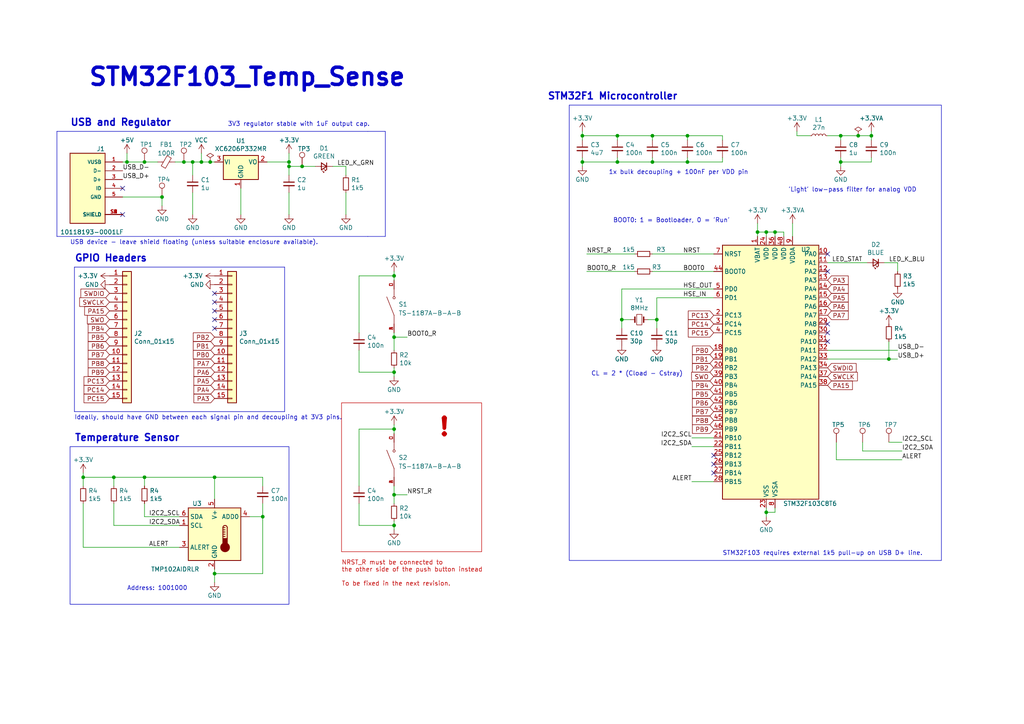
<source format=kicad_sch>
(kicad_sch (version 20230121) (generator eeschema)
  (paper "A4")
  (lib_symbols
    (symbol "Connector:TestPoint" (pin_numbers hide) (pin_names (offset 0.762) hide)
      (property "Reference" "TP" (at 0 6.858 0))
      (property "Value" "TestPoint" (at 0 5.08 0))
      (symbol "TestPoint_1_1"
        (pin passive line (at 0 0 90) (length 2.54) (name "1") (number "1"))
      )
    )
    (symbol "Connector_Generic:Conn_01x15" (pin_names (offset 1.016) hide)
      (property "Reference" "J" (at 0 20.32 0))
      (property "Value" "Conn_01x15" (at 0 -20.32 0))
      (symbol "Conn_01x15_1_1"
        (pin passive line (at -5.08 17.78 0) (length 3.81) (name "Pin_1") (number "1"))
        (pin passive line (at -5.08 -5.08 0) (length 3.81) (name "Pin_10") (number "10"))
        (pin passive line (at -5.08 -7.62 0) (length 3.81) (name "Pin_11") (number "11"))
        (pin passive line (at -5.08 -10.16 0) (length 3.81) (name "Pin_12") (number "12"))
        (pin passive line (at -5.08 -12.7 0) (length 3.81) (name "Pin_13") (number "13"))
        (pin passive line (at -5.08 -15.24 0) (length 3.81) (name "Pin_14") (number "14"))
        (pin passive line (at -5.08 -17.78 0) (length 3.81) (name "Pin_15") (number "15"))
        (pin passive line (at -5.08 15.24 0) (length 3.81) (name "Pin_2") (number "2"))
        (pin passive line (at -5.08 12.7 0) (length 3.81) (name "Pin_3") (number "3"))
        (pin passive line (at -5.08 10.16 0) (length 3.81) (name "Pin_4") (number "4"))
        (pin passive line (at -5.08 7.62 0) (length 3.81) (name "Pin_5") (number "5"))
        (pin passive line (at -5.08 5.08 0) (length 3.81) (name "Pin_6") (number "6"))
        (pin passive line (at -5.08 2.54 0) (length 3.81) (name "Pin_7") (number "7"))
        (pin passive line (at -5.08 0 0) (length 3.81) (name "Pin_8") (number "8"))
        (pin passive line (at -5.08 -2.54 0) (length 3.81) (name "Pin_9") (number "9"))
      )
    )
    (symbol "Device:C_Small" (pin_numbers hide) (pin_names (offset 0.254) hide)
      (property "Reference" "C" (at 0.254 1.778 0))
      (property "Value" "C_Small" (at 0.254 -2.032 0))
      (symbol "C_Small_1_1"
        (pin passive line (at 0 2.54 270) (length 2.032) (name "~") (number "1"))
        (pin passive line (at 0 -2.54 90) (length 2.032) (name "~") (number "2"))
      )
    )
    (symbol "Device:Crystal_Small" (pin_numbers hide) (pin_names (offset 1.016) hide)
      (property "Reference" "Y" (at 0 2.54 0))
      (property "Value" "Crystal_Small" (at 0 -2.54 0))
      (symbol "Crystal_Small_1_1"
        (pin passive line (at -2.54 0 0) (length 1.27) (name "1") (number "1"))
        (pin passive line (at 2.54 0 180) (length 1.27) (name "2") (number "2"))
      )
    )
    (symbol "Device:FerriteBead_Small" (pin_numbers hide) (pin_names (offset 0))
      (property "Reference" "FB" (at 1.905 1.27 0))
      (property "Value" "FerriteBead_Small" (at 1.905 -1.27 0))
      (symbol "FerriteBead_Small_1_1"
        (pin passive line (at 0 2.54 270) (length 1.27) (name "~") (number "1"))
        (pin passive line (at 0 -2.54 90) (length 1.27) (name "~") (number "2"))
      )
    )
    (symbol "Device:LED_Small" (pin_numbers hide) (pin_names (offset 0.254) hide)
      (property "Reference" "D" (at -1.27 3.175 0))
      (property "Value" "LED_Small" (at -4.445 -2.54 0))
      (symbol "LED_Small_1_1"
        (pin passive line (at -2.54 0 0) (length 1.778) (name "K") (number "1"))
        (pin passive line (at 2.54 0 180) (length 1.778) (name "A") (number "2"))
      )
    )
    (symbol "Device:L_Small" (pin_numbers hide) (pin_names (offset 0.254) hide)
      (property "Reference" "L" (at 0.762 1.016 0))
      (property "Value" "L_Small" (at 0.762 -1.016 0))
      (symbol "L_Small_1_1"
        (pin passive line (at 0 2.54 270) (length 0.508) (name "~") (number "1"))
        (pin passive line (at 0 -2.54 90) (length 0.508) (name "~") (number "2"))
      )
    )
    (symbol "Device:R_Small" (pin_numbers hide) (pin_names (offset 0.254) hide)
      (property "Reference" "R" (at 0.762 0.508 0))
      (property "Value" "R_Small" (at 0.762 -1.016 0))
      (symbol "R_Small_1_1"
        (pin passive line (at 0 2.54 270) (length 0.762) (name "~") (number "1"))
        (pin passive line (at 0 -2.54 90) (length 0.762) (name "~") (number "2"))
      )
    )
    (symbol "MCU_ST_STM32F1:STM32F103C8Tx"
      (property "Reference" "U" (at -12.7 39.37 0))
      (property "Value" "STM32F103C8Tx" (at 10.16 39.37 0))
      (symbol "STM32F103C8Tx_1_1"
        (pin power_in line (at -2.54 40.64 270) (length 2.54) (name "VBAT") (number "1"))
        (pin bidirectional line (at 17.78 35.56 180) (length 2.54) (name "PA0") (number "10"))
        (pin bidirectional line (at 17.78 33.02 180) (length 2.54) (name "PA1") (number "11"))
        (pin bidirectional line (at 17.78 30.48 180) (length 2.54) (name "PA2") (number "12"))
        (pin bidirectional line (at 17.78 27.94 180) (length 2.54) (name "PA3") (number "13"))
        (pin bidirectional line (at 17.78 25.4 180) (length 2.54) (name "PA4") (number "14"))
        (pin bidirectional line (at 17.78 22.86 180) (length 2.54) (name "PA5") (number "15"))
        (pin bidirectional line (at 17.78 20.32 180) (length 2.54) (name "PA6") (number "16"))
        (pin bidirectional line (at 17.78 17.78 180) (length 2.54) (name "PA7") (number "17"))
        (pin bidirectional line (at -15.24 7.62 0) (length 2.54) (name "PB0") (number "18"))
        (pin bidirectional line (at -15.24 5.08 0) (length 2.54) (name "PB1") (number "19"))
        (pin bidirectional line (at -15.24 17.78 0) (length 2.54) (name "PC13") (number "2"))
        (pin bidirectional line (at -15.24 2.54 0) (length 2.54) (name "PB2") (number "20"))
        (pin bidirectional line (at -15.24 -17.78 0) (length 2.54) (name "PB10") (number "21"))
        (pin bidirectional line (at -15.24 -20.32 0) (length 2.54) (name "PB11") (number "22"))
        (pin power_in line (at 0 -38.1 90) (length 2.54) (name "VSS") (number "23"))
        (pin power_in line (at 0 40.64 270) (length 2.54) (name "VDD") (number "24"))
        (pin bidirectional line (at -15.24 -22.86 0) (length 2.54) (name "PB12") (number "25"))
        (pin bidirectional line (at -15.24 -25.4 0) (length 2.54) (name "PB13") (number "26"))
        (pin bidirectional line (at -15.24 -27.94 0) (length 2.54) (name "PB14") (number "27"))
        (pin bidirectional line (at -15.24 -30.48 0) (length 2.54) (name "PB15") (number "28"))
        (pin bidirectional line (at 17.78 15.24 180) (length 2.54) (name "PA8") (number "29"))
        (pin bidirectional line (at -15.24 15.24 0) (length 2.54) (name "PC14") (number "3"))
        (pin bidirectional line (at 17.78 12.7 180) (length 2.54) (name "PA9") (number "30"))
        (pin bidirectional line (at 17.78 10.16 180) (length 2.54) (name "PA10") (number "31"))
        (pin bidirectional line (at 17.78 7.62 180) (length 2.54) (name "PA11") (number "32"))
        (pin bidirectional line (at 17.78 5.08 180) (length 2.54) (name "PA12") (number "33"))
        (pin bidirectional line (at 17.78 2.54 180) (length 2.54) (name "PA13") (number "34"))
        (pin passive line (at 0 -38.1 90) (length 2.54) hide (name "VSS") (number "35"))
        (pin power_in line (at 2.54 40.64 270) (length 2.54) (name "VDD") (number "36"))
        (pin bidirectional line (at 17.78 0 180) (length 2.54) (name "PA14") (number "37"))
        (pin bidirectional line (at 17.78 -2.54 180) (length 2.54) (name "PA15") (number "38"))
        (pin bidirectional line (at -15.24 0 0) (length 2.54) (name "PB3") (number "39"))
        (pin bidirectional line (at -15.24 12.7 0) (length 2.54) (name "PC15") (number "4"))
        (pin bidirectional line (at -15.24 -2.54 0) (length 2.54) (name "PB4") (number "40"))
        (pin bidirectional line (at -15.24 -5.08 0) (length 2.54) (name "PB5") (number "41"))
        (pin bidirectional line (at -15.24 -7.62 0) (length 2.54) (name "PB6") (number "42"))
        (pin bidirectional line (at -15.24 -10.16 0) (length 2.54) (name "PB7") (number "43"))
        (pin input line (at -15.24 30.48 0) (length 2.54) (name "BOOT0") (number "44"))
        (pin bidirectional line (at -15.24 -12.7 0) (length 2.54) (name "PB8") (number "45"))
        (pin bidirectional line (at -15.24 -15.24 0) (length 2.54) (name "PB9") (number "46"))
        (pin passive line (at 0 -38.1 90) (length 2.54) hide (name "VSS") (number "47"))
        (pin power_in line (at 5.08 40.64 270) (length 2.54) (name "VDD") (number "48"))
        (pin bidirectional line (at -15.24 25.4 0) (length 2.54) (name "PD0") (number "5"))
        (pin bidirectional line (at -15.24 22.86 0) (length 2.54) (name "PD1") (number "6"))
        (pin input line (at -15.24 35.56 0) (length 2.54) (name "NRST") (number "7"))
        (pin power_in line (at 2.54 -38.1 90) (length 2.54) (name "VSSA") (number "8"))
        (pin power_in line (at 7.62 40.64 270) (length 2.54) (name "VDDA") (number "9"))
      )
    )
    (symbol "Mini PC:TS-1187A-B-A-B" (pin_names (offset 1.016))
      (property "Reference" "S" (at -2.54 2.54 0))
      (property "Value" "TS-1187A-B-A-B" (at -2.54 -2.54 0))
      (symbol "TS-1187A-B-A-B_0_0"
        (pin passive line (at -7.62 0 0) (length 2.54) (name "~") (number "A"))
        (pin passive line (at -7.62 0 0) (length 2.54) (name "~") (number "B"))
        (pin passive line (at 7.62 0 180) (length 2.54) (name "~") (number "C"))
        (pin passive line (at 7.62 0 180) (length 2.54) (name "~") (number "D"))
      )
    )
    (symbol "PARTS:ZX62R-B-5P(30)" (pin_names (offset 1.016))
      (property "Reference" "J" (at -5.08 10.922 0))
      (property "Value" "ZX62R-B-5P(30)" (at -5.08 -12.7 0))
      (symbol "ZX62R-B-5P(30)_0_0"
        (pin passive line (at -10.16 7.62 0) (length 5.08) (name "VUSB") (number "1"))
        (pin passive line (at -10.16 5.08 0) (length 5.08) (name "D-") (number "2"))
        (pin passive line (at -10.16 2.54 0) (length 5.08) (name "D+") (number "3"))
        (pin passive line (at -10.16 0 0) (length 5.08) (name "ID") (number "4"))
        (pin passive line (at -10.16 -2.54 0) (length 5.08) (name "GND") (number "5"))
        (pin passive line (at -10.16 -7.62 0) (length 5.08) (name "SHIELD") (number "S1"))
        (pin passive line (at -10.16 -7.62 0) (length 5.08) (name "SHIELD") (number "S2"))
        (pin passive line (at -10.16 -7.62 0) (length 5.08) (name "SHIELD") (number "S3"))
        (pin passive line (at -10.16 -7.62 0) (length 5.08) (name "SHIELD") (number "S4"))
        (pin passive line (at -10.16 -7.62 0) (length 5.08) (name "SHIELD") (number "S5"))
        (pin passive line (at -10.16 -7.62 0) (length 5.08) (name "SHIELD") (number "S6"))
      )
    )
    (symbol "Regulator_Linear:XC6206PxxxMR" (pin_names (offset 0.254))
      (property "Reference" "U" (at -3.81 3.175 0))
      (property "Value" "XC6206PxxxMR" (at 0 3.175 0))
      (symbol "XC6206PxxxMR_1_1"
        (pin power_in line (at 0 -7.62 90) (length 2.54) (name "GND") (number "1"))
        (pin power_out line (at 7.62 0 180) (length 2.54) (name "VO") (number "2"))
        (pin power_in line (at -7.62 0 0) (length 2.54) (name "VI") (number "3"))
      )
    )
    (symbol "Sensor_Temperature:TMP102xxDRL"
      (property "Reference" "U201" (at -5.08 8.89 0))
      (property "Value" "TMP102xxDRL" (at 8.89 -8.89 0))
      (symbol "TMP102xxDRL_1_1"
        (pin input line (at -10.16 2.54 0) (length 2.54) (name "SCL") (number "1"))
        (pin power_in line (at 0 -10.16 90) (length 2.54) (name "GND") (number "2"))
        (pin open_collector line (at -10.16 -3.81 0) (length 2.54) (name "ALERT") (number "3"))
        (pin input line (at 10.16 5.08 180) (length 2.54) (name "ADD0") (number "4"))
        (pin power_in line (at 0 10.16 270) (length 2.54) (name "V+") (number "5"))
        (pin bidirectional line (at -10.16 5.08 0) (length 2.54) (name "SDA") (number "6"))
      )
    )
    (symbol "power:+3.3V" (power) (pin_names (offset 0))
      (property "Value" "+3.3V" (at 0 3.556 0))
      (symbol "+3.3V_1_1"
        (pin power_in line (at 0 0 90) (length 0) hide (name "+3.3V") (number "1"))
      )
    )
    (symbol "power:+3.3VA" (power) (pin_names (offset 0))
      (property "Value" "+3.3VA" (at 0 3.556 0))
      (symbol "+3.3VA_1_1"
        (pin power_in line (at 0 0 90) (length 0) hide (name "+3.3VA") (number "1"))
      )
    )
    (symbol "power:+5V" (power) (pin_names (offset 0))
      (property "Value" "+5V" (at 0 3.556 0))
      (symbol "+5V_1_1"
        (pin power_in line (at 0 0 90) (length 0) hide (name "+5V") (number "1"))
      )
    )
    (symbol "power:GND" (power) (pin_names (offset 0))
      (property "Value" "GND" (at 0 -3.81 0))
      (symbol "GND_1_1"
        (pin power_in line (at 0 0 270) (length 0) hide (name "GND") (number "1"))
      )
    )
    (symbol "power:PWR_FLAG" (power) (pin_numbers hide) (pin_names (offset 0) hide)
      (property "Value" "PWR_FLAG" (at 0 3.81 0))
      (symbol "PWR_FLAG_0_0"
        (pin power_out line (at 0 0 90) (length 0) (name "pwr") (number "1"))
      )
    )
    (symbol "power:VCC" (power) (pin_names (offset 0))
      (property "Value" "VCC" (at 0 3.81 0))
      (symbol "VCC_1_1"
        (pin power_in line (at 0 0 90) (length 0) hide (name "VCC") (number "1"))
      )
    )
  )
  (bus_alias "" (members))
  (junction (at 243.84 39.37))
  (junction (at 189.23 46.99))
  (junction (at 248.92 39.37))
  (junction (at 114.3 143.51))
  (junction (at 257.81 104.14))
  (junction (at 179.07 46.99))
  (junction (at 53.34 46.99))
  (junction (at 46.99 57.15))
  (junction (at 190.5 92.71))
  (junction (at 222.25 148.59))
  (junction (at 252.73 39.37))
  (junction (at 243.84 46.99))
  (junction (at 114.3 152.4))
  (junction (at 36.83 46.99))
  (junction (at 224.79 67.31))
  (junction (at 168.91 46.99))
  (junction (at 41.91 46.99))
  (junction (at 41.91 138.43))
  (junction (at 114.3 80.01))
  (junction (at 189.23 39.37))
  (junction (at 114.3 107.95))
  (junction (at 199.39 46.99))
  (junction (at 58.42 46.99))
  (junction (at 222.25 67.31))
  (junction (at 62.23 166.37))
  (junction (at 55.88 46.99))
  (junction (at 87.63 48.26))
  (junction (at 114.3 124.46))
  (junction (at 83.82 46.99))
  (junction (at 60.96 46.99))
  (junction (at 62.23 138.43))
  (junction (at 180.34 92.71))
  (junction (at 114.3 97.79))
  (junction (at 76.2 149.86))
  (junction (at 168.91 39.37))
  (junction (at 24.13 138.43))
  (junction (at 33.02 138.43))
  (junction (at 83.82 48.26))
  (junction (at 219.71 67.31))
  (junction (at 199.39 39.37))
  (junction (at 179.07 39.37))
  (no_connect (at 240.03 93.98))
  (no_connect (at 62.23 95.25))
  (no_connect (at 240.03 99.06))
  (no_connect (at 207.01 134.62))
  (no_connect (at 240.03 96.52))
  (no_connect (at 240.03 78.74))
  (no_connect (at 240.03 73.66))
  (no_connect (at 207.01 137.16))
  (no_connect (at 35.56 54.61))
  (no_connect (at 207.01 132.08))
  (no_connect (at 62.23 87.63))
  (no_connect (at 62.23 85.09))
  (no_connect (at 62.23 90.17))
  (no_connect (at 62.23 92.71))
  (no_connect (at 35.56 62.23))
  (wire (pts (xy 252.73 39.37) (xy 248.92 39.37)))
  (wire (pts (xy 33.02 152.4) (xy 33.02 146.05)))
  (wire (pts (xy 104.14 107.95) (xy 114.3 107.95)))
  (wire (pts (xy 199.39 39.37) (xy 189.23 39.37)))
  (wire (pts (xy 222.25 67.31) (xy 222.25 68.58)))
  (wire (pts (xy 83.82 62.23) (xy 83.82 55.88)))
  (wire (pts (xy 104.14 152.4) (xy 114.3 152.4)))
  (wire (pts (xy 170.18 73.66) (xy 184.15 73.66)))
  (polyline (pts (xy 106.68 38.1) (xy 111.76 38.1)))
  (wire (pts (xy 24.13 137.16) (xy 24.13 138.43)))
  (wire (pts (xy 114.3 78.74) (xy 114.3 80.01)))
  (wire (pts (xy 62.23 46.99) (xy 60.96 46.99)))
  (wire (pts (xy 209.55 40.64) (xy 209.55 39.37)))
  (wire (pts (xy 222.25 147.32) (xy 222.25 148.59)))
  (wire (pts (xy 168.91 45.72) (xy 168.91 46.99)))
  (wire (pts (xy 76.2 149.86) (xy 76.2 166.37)))
  (wire (pts (xy 240.03 76.2) (xy 251.46 76.2)))
  (wire (pts (xy 104.14 146.05) (xy 104.14 152.4)))
  (wire (pts (xy 227.33 67.31) (xy 227.33 68.58)))
  (wire (pts (xy 190.5 95.25) (xy 190.5 92.71)))
  (wire (pts (xy 179.07 46.99) (xy 189.23 46.99)))
  (wire (pts (xy 62.23 138.43) (xy 41.91 138.43)))
  (wire (pts (xy 252.73 40.64) (xy 252.73 39.37)))
  (wire (pts (xy 199.39 40.64) (xy 199.39 39.37)))
  (wire (pts (xy 114.3 80.01) (xy 114.3 81.28)))
  (wire (pts (xy 229.87 64.77) (xy 229.87 68.58)))
  (wire (pts (xy 62.23 166.37) (xy 62.23 168.91)))
  (wire (pts (xy 219.71 64.77) (xy 219.71 67.31)))
  (wire (pts (xy 260.35 104.14) (xy 257.81 104.14)))
  (wire (pts (xy 190.5 86.36) (xy 207.01 86.36)))
  (wire (pts (xy 104.14 124.46) (xy 114.3 124.46)))
  (wire (pts (xy 261.62 130.81) (xy 250.19 130.81)))
  (wire (pts (xy 190.5 92.71) (xy 190.5 86.36)))
  (polyline (pts (xy 16.51 38.1) (xy 16.51 68.58)))
  (wire (pts (xy 114.3 107.95) (xy 114.3 109.22)))
  (wire (pts (xy 252.73 46.99) (xy 252.73 45.72)))
  (wire (pts (xy 76.2 146.05) (xy 76.2 149.86)))
  (wire (pts (xy 231.14 39.37) (xy 234.95 39.37)))
  (wire (pts (xy 260.35 76.2) (xy 256.54 76.2)))
  (wire (pts (xy 243.84 48.26) (xy 243.84 46.99)))
  (polyline (pts (xy 111.76 68.58) (xy 111.76 38.1)))
  (wire (pts (xy 24.13 158.75) (xy 24.13 146.05)))
  (wire (pts (xy 100.33 50.8) (xy 100.33 48.26)))
  (polyline (pts (xy 82.55 119.38) (xy 82.55 77.47)))
  (wire (pts (xy 83.82 44.45) (xy 83.82 46.99)))
  (polyline (pts (xy 21.59 77.47) (xy 21.59 119.38)))
  (wire (pts (xy 104.14 96.52) (xy 104.14 80.01)))
  (wire (pts (xy 76.2 149.86) (xy 72.39 149.86)))
  (wire (pts (xy 189.23 73.66) (xy 207.01 73.66)))
  (wire (pts (xy 46.99 57.15) (xy 46.99 59.69)))
  (wire (pts (xy 189.23 46.99) (xy 199.39 46.99)))
  (wire (pts (xy 180.34 95.25) (xy 180.34 92.71)))
  (wire (pts (xy 207.01 129.54) (xy 200.66 129.54)))
  (wire (pts (xy 168.91 38.1) (xy 168.91 39.37)))
  (wire (pts (xy 207.01 83.82) (xy 180.34 83.82)))
  (wire (pts (xy 189.23 40.64) (xy 189.23 39.37)))
  (wire (pts (xy 207.01 127) (xy 200.66 127)))
  (polyline (pts (xy 21.59 119.38) (xy 82.55 119.38)))
  (wire (pts (xy 261.62 128.27) (xy 257.81 128.27)))
  (wire (pts (xy 62.23 165.1) (xy 62.23 166.37)))
  (wire (pts (xy 76.2 138.43) (xy 76.2 140.97)))
  (wire (pts (xy 76.2 166.37) (xy 62.23 166.37)))
  (polyline (pts (xy 106.68 68.58) (xy 111.76 68.58)))
  (wire (pts (xy 114.3 143.51) (xy 118.11 143.51)))
  (wire (pts (xy 248.92 39.37) (xy 243.84 39.37)))
  (wire (pts (xy 243.84 46.99) (xy 252.73 46.99)))
  (wire (pts (xy 114.3 124.46) (xy 114.3 125.73)))
  (wire (pts (xy 260.35 101.6) (xy 240.03 101.6)))
  (wire (pts (xy 114.3 152.4) (xy 114.3 151.13)))
  (polyline (pts (xy 21.59 77.47) (xy 82.55 77.47)))
  (wire (pts (xy 180.34 92.71) (xy 182.88 92.71)))
  (wire (pts (xy 187.96 92.71) (xy 190.5 92.71)))
  (wire (pts (xy 104.14 80.01) (xy 114.3 80.01)))
  (wire (pts (xy 91.44 48.26) (xy 87.63 48.26)))
  (wire (pts (xy 24.13 138.43) (xy 24.13 140.97)))
  (wire (pts (xy 231.14 38.1) (xy 231.14 39.37)))
  (wire (pts (xy 100.33 48.26) (xy 96.52 48.26)))
  (wire (pts (xy 179.07 39.37) (xy 168.91 39.37)))
  (wire (pts (xy 243.84 45.72) (xy 243.84 46.99)))
  (wire (pts (xy 222.25 67.31) (xy 224.79 67.31)))
  (wire (pts (xy 87.63 48.26) (xy 83.82 48.26)))
  (wire (pts (xy 114.3 96.52) (xy 114.3 97.79)))
  (wire (pts (xy 62.23 144.78) (xy 62.23 138.43)))
  (wire (pts (xy 83.82 46.99) (xy 83.82 48.26)))
  (wire (pts (xy 240.03 104.14) (xy 257.81 104.14)))
  (wire (pts (xy 242.57 133.35) (xy 242.57 128.27)))
  (wire (pts (xy 224.79 148.59) (xy 224.79 147.32)))
  (wire (pts (xy 58.42 46.99) (xy 55.88 46.99)))
  (wire (pts (xy 252.73 38.1) (xy 252.73 39.37)))
  (wire (pts (xy 114.3 107.95) (xy 114.3 106.68)))
  (wire (pts (xy 36.83 46.99) (xy 41.91 46.99)))
  (wire (pts (xy 62.23 138.43) (xy 76.2 138.43)))
  (wire (pts (xy 179.07 46.99) (xy 179.07 45.72)))
  (wire (pts (xy 222.25 148.59) (xy 222.25 149.86)))
  (wire (pts (xy 52.07 149.86) (xy 41.91 149.86)))
  (wire (pts (xy 52.07 152.4) (xy 33.02 152.4)))
  (wire (pts (xy 250.19 130.81) (xy 250.19 128.27)))
  (wire (pts (xy 209.55 45.72) (xy 209.55 46.99)))
  (wire (pts (xy 199.39 45.72) (xy 199.39 46.99)))
  (wire (pts (xy 77.47 46.99) (xy 83.82 46.99)))
  (wire (pts (xy 33.02 138.43) (xy 41.91 138.43)))
  (wire (pts (xy 224.79 68.58) (xy 224.79 67.31)))
  (wire (pts (xy 55.88 46.99) (xy 55.88 50.8)))
  (wire (pts (xy 104.14 101.6) (xy 104.14 107.95)))
  (wire (pts (xy 55.88 62.23) (xy 55.88 55.88)))
  (wire (pts (xy 114.3 97.79) (xy 114.3 101.6)))
  (wire (pts (xy 69.85 62.23) (xy 69.85 54.61)))
  (wire (pts (xy 180.34 83.82) (xy 180.34 92.71)))
  (wire (pts (xy 83.82 48.26) (xy 83.82 50.8)))
  (wire (pts (xy 36.83 44.45) (xy 36.83 46.99)))
  (polyline (pts (xy 16.51 68.58) (xy 106.68 68.58)))
  (wire (pts (xy 114.3 152.4) (xy 114.3 153.67)))
  (wire (pts (xy 50.8 46.99) (xy 53.34 46.99)))
  (wire (pts (xy 114.3 140.97) (xy 114.3 143.51)))
  (wire (pts (xy 168.91 46.99) (xy 168.91 48.26)))
  (wire (pts (xy 114.3 97.79) (xy 118.11 97.79)))
  (wire (pts (xy 243.84 40.64) (xy 243.84 39.37)))
  (wire (pts (xy 189.23 45.72) (xy 189.23 46.99)))
  (wire (pts (xy 33.02 140.97) (xy 33.02 138.43)))
  (wire (pts (xy 224.79 67.31) (xy 227.33 67.31)))
  (wire (pts (xy 114.3 143.51) (xy 114.3 146.05)))
  (wire (pts (xy 60.96 46.99) (xy 58.42 46.99)))
  (wire (pts (xy 45.72 46.99) (xy 41.91 46.99)))
  (wire (pts (xy 168.91 39.37) (xy 168.91 40.64)))
  (wire (pts (xy 240.03 39.37) (xy 243.84 39.37)))
  (wire (pts (xy 52.07 158.75) (xy 24.13 158.75)))
  (wire (pts (xy 170.18 78.74) (xy 184.15 78.74)))
  (wire (pts (xy 35.56 57.15) (xy 46.99 57.15)))
  (wire (pts (xy 104.14 140.97) (xy 104.14 124.46)))
  (wire (pts (xy 114.3 123.19) (xy 114.3 124.46)))
  (wire (pts (xy 24.13 138.43) (xy 33.02 138.43)))
  (wire (pts (xy 257.81 99.06) (xy 257.81 104.14)))
  (wire (pts (xy 41.91 140.97) (xy 41.91 138.43)))
  (wire (pts (xy 58.42 44.45) (xy 58.42 46.99)))
  (wire (pts (xy 41.91 149.86) (xy 41.91 146.05)))
  (wire (pts (xy 222.25 148.59) (xy 224.79 148.59)))
  (wire (pts (xy 53.34 46.99) (xy 55.88 46.99)))
  (wire (pts (xy 179.07 39.37) (xy 179.07 40.64)))
  (wire (pts (xy 36.83 46.99) (xy 35.56 46.99)))
  (wire (pts (xy 219.71 67.31) (xy 219.71 68.58)))
  (wire (pts (xy 189.23 39.37) (xy 179.07 39.37)))
  (wire (pts (xy 260.35 78.74) (xy 260.35 76.2)))
  (wire (pts (xy 168.91 46.99) (xy 179.07 46.99)))
  (wire (pts (xy 207.01 139.7) (xy 200.66 139.7)))
  (wire (pts (xy 189.23 78.74) (xy 207.01 78.74)))
  (wire (pts (xy 100.33 62.23) (xy 100.33 55.88)))
  (wire (pts (xy 199.39 46.99) (xy 209.55 46.99)))
  (wire (pts (xy 219.71 67.31) (xy 222.25 67.31)))
  (wire (pts (xy 209.55 39.37) (xy 199.39 39.37)))
  (polyline (pts (xy 16.51 38.1) (xy 106.68 38.1)))
  (wire (pts (xy 261.62 133.35) (xy 242.57 133.35)))
  (rectangle (start 20.32 129.54) (end 83.82 175.26))
  (rectangle (start 165.1 30.48) (end 273.05 162.56))
  (rectangle (start 99.06 116.84) (end 139.7 160.02) (stroke (width 0) (color 194 0 0 1)))
  (text "3V3 regulator stable with 1uF output cap." (at 66.04 36.83 0) (effects (font (size 1.27 1.27)) (justify left bottom)))
  (text "'Light' low-pass filter for analog VDD" (at 228.6 55.88 0) (effects (font (size 1.27 1.27)) (justify left bottom)))
  (text "USB device - leave shield floating (unless suitable enclosure available)." (at 20.32 71.12 0) (effects (font (size 1.27 1.27)) (justify left bottom)))
  (text "STM32F1 Microcontroller" (at 158.75 29.21 0) (effects (font (size 2.0066 2.0066) (thickness 0.4013) bold) (justify left bottom)))
  (text "STM32F103 requires external 1k5 pull-up on USB D+ line." (at 209.55 161.29 0) (effects (font (size 1.27 1.27)) (justify left bottom)))
  (text "GPIO Headers" (at 21.59 76.2 0) (effects (font (size 2.0066 2.0066) (thickness 0.4013) bold) (justify left bottom)))
  (text "1x bulk decoupling + 100nF per VDD pin" (at 176.53 50.8 0) (effects (font (size 1.27 1.27)) (justify left bottom)))
  (text "!" (at 127 127 0) (effects (font (size 5.08 5.08) (thickness 1.016) bold) (justify left bottom)))
  (text "USB and Regulator" (at 20.32 36.83 0) (effects (font (size 2.0066 2.0066) (thickness 0.4013) bold) (justify left bottom)))
  (text "CL = 2 * (Cload - Cstray)" (at 171.45 109.22 0) (effects (font (size 1.27 1.27)) (justify left bottom)))
  (text "Temperature Sensor" (at 21.59 128.27 0) (effects (font (size 2.0066 2.0066) (thickness 0.4013) bold) (justify left bottom)))
  (text "Address: 1001000" (at 36.83 171.45 0) (effects (font (size 1.27 1.27)) (justify left bottom)))
  (text "STM32F103_Temp_Sense" (at 25.4 25.4 0) (effects (font (size 5.0038 5.0038) (thickness 1.0008) bold) (justify left bottom)))
  (text "BOOT0: 1 = Bootloader, 0 = 'Run'" (at 177.8 64.77 0) (effects (font (size 1.27 1.27)) (justify left bottom)))
  (text "NRST_R must be connected to \nthe other side of the push button instead\n\nTo be fixed in the next revision." (at 99.06 170.18 0) (effects (font (size 1.27 1.27)) (justify left bottom)))
  (text "Ideally, should have GND between each signal pin and decoupling at 3V3 pins." (at 21.59 121.92 0) (effects (font (size 1.27 1.27)) (justify left bottom)))
  (label "BOOT0" (at 198.12 78.74 0))
  (label "BOOT0_R" (at 170.18 78.74 0))
  (label "LED_STAT" (at 241.3 76.2 0))
  (label "ALERT" (at 200.66 139.7 180) (property "Intersheetrefs" "${INTERSHEET_REFS}" (effects hide)))
  (label "I2C2_SCL" (at 43.18 149.86 0) (property "Intersheetrefs" "${INTERSHEET_REFS}" (effects hide)))
  (label "USB_D-" (at 35.56 49.53 0) (property "Intersheetrefs" "${INTERSHEET_REFS}" (effects hide)))
  (label "LED_K_BLU" (at 257.81 76.2 0))
  (label "ALERT" (at 261.62 133.35 0) (property "Intersheetrefs" "${INTERSHEET_REFS}" (effects hide)))
  (label "LED_K_GRN" (at 97.79 48.26 0))
  (label "NRST" (at 198.12 73.66 0))
  (label "NRST_R" (at 170.18 73.66 0))
  (label "USB_D+" (at 35.56 52.07 0) (property "Intersheetrefs" "${INTERSHEET_REFS}" (effects hide)))
  (label "I2C2_SCL" (at 261.62 128.27 0) (property "Intersheetrefs" "${INTERSHEET_REFS}" (effects hide)))
  (label "I2C2_SDA" (at 200.66 129.54 180) (property "Intersheetrefs" "${INTERSHEET_REFS}" (effects hide)))
  (label "BOOT0_R" (at 118.11 97.79 0))
  (label "I2C2_SDA" (at 43.18 152.4 0) (property "Intersheetrefs" "${INTERSHEET_REFS}" (effects hide)))
  (label "I2C2_SDA" (at 261.62 130.81 0) (property "Intersheetrefs" "${INTERSHEET_REFS}" (effects hide)))
  (label "USB_D+" (at 260.35 104.14 0) (property "Intersheetrefs" "${INTERSHEET_REFS}" (effects hide)))
  (label "ALERT" (at 43.18 158.75 0))
  (label "USB_D-" (at 260.35 101.6 0) (property "Intersheetrefs" "${INTERSHEET_REFS}" (effects hide)))
  (label "HSE_IN" (at 198.12 86.36 0))
  (label "HSE_OUT" (at 198.12 83.82 0))
  (label "I2C2_SCL" (at 200.66 127 180) (property "Intersheetrefs" "${INTERSHEET_REFS}" (effects hide)))
  (label "NRST_R" (at 118.11 143.51 0))
  (global_label "SWDIO" (shape input) (at 31.75 85.09 180) (property "Intersheetrefs" "${INTERSHEET_REFS}" (effects hide)))
  (global_label "PB0" (shape input) (at 62.23 102.87 180) (property "Intersheetrefs" "${INTERSHEET_REFS}" (effects hide)))
  (global_label "PB6" (shape input) (at 207.01 116.84 180) (property "Intersheetrefs" "${INTERSHEET_REFS}" (effects hide)))
  (global_label "SWDIO" (shape input) (at 240.03 106.68 0) (property "Intersheetrefs" "${INTERSHEET_REFS}" (effects hide)))
  (global_label "PA6" (shape input) (at 62.23 107.95 180) (property "Intersheetrefs" "${INTERSHEET_REFS}" (effects hide)))
  (global_label "PA3" (shape input) (at 62.23 115.57 180) (property "Intersheetrefs" "${INTERSHEET_REFS}" (effects hide)))
  (global_label "SWO" (shape input) (at 207.01 109.22 180) (property "Intersheetrefs" "${INTERSHEET_REFS}" (effects hide)))
  (global_label "PA6" (shape input) (at 240.03 88.9 0) (property "Intersheetrefs" "${INTERSHEET_REFS}" (effects hide)))
  (global_label "PB9" (shape input) (at 31.75 107.95 180) (property "Intersheetrefs" "${INTERSHEET_REFS}" (effects hide)))
  (global_label "PB9" (shape input) (at 207.01 124.46 180) (property "Intersheetrefs" "${INTERSHEET_REFS}" (effects hide)))
  (global_label "PA4" (shape input) (at 62.23 113.03 180) (property "Intersheetrefs" "${INTERSHEET_REFS}" (effects hide)))
  (global_label "PB4" (shape input) (at 207.01 111.76 180) (property "Intersheetrefs" "${INTERSHEET_REFS}" (effects hide)))
  (global_label "PB4" (shape input) (at 31.75 95.25 180) (property "Intersheetrefs" "${INTERSHEET_REFS}" (effects hide)))
  (global_label "SWCLK" (shape input) (at 240.03 109.22 0) (property "Intersheetrefs" "${INTERSHEET_REFS}" (effects hide)))
  (global_label "PB5" (shape input) (at 207.01 114.3 180) (property "Intersheetrefs" "${INTERSHEET_REFS}" (effects hide)))
  (global_label "PB1" (shape input) (at 207.01 104.14 180) (property "Intersheetrefs" "${INTERSHEET_REFS}" (effects hide)))
  (global_label "PB8" (shape input) (at 207.01 121.92 180) (property "Intersheetrefs" "${INTERSHEET_REFS}" (effects hide)))
  (global_label "PA4" (shape input) (at 240.03 83.82 0) (property "Intersheetrefs" "${INTERSHEET_REFS}" (effects hide)))
  (global_label "PB2" (shape input) (at 207.01 106.68 180) (property "Intersheetrefs" "${INTERSHEET_REFS}" (effects hide)))
  (global_label "PA15" (shape input) (at 31.75 90.17 180) (property "Intersheetrefs" "${INTERSHEET_REFS}" (effects hide)))
  (global_label "PC14" (shape input) (at 31.75 113.03 180) (property "Intersheetrefs" "${INTERSHEET_REFS}" (effects hide)))
  (global_label "PC13" (shape input) (at 207.01 91.44 180) (property "Intersheetrefs" "${INTERSHEET_REFS}" (effects hide)))
  (global_label "SWCLK" (shape input) (at 31.75 87.63 180) (property "Intersheetrefs" "${INTERSHEET_REFS}" (effects hide)))
  (global_label "PC15" (shape input) (at 31.75 115.57 180) (property "Intersheetrefs" "${INTERSHEET_REFS}" (effects hide)))
  (global_label "PA5" (shape input) (at 240.03 86.36 0) (property "Intersheetrefs" "${INTERSHEET_REFS}" (effects hide)))
  (global_label "PB7" (shape input) (at 207.01 119.38 180) (property "Intersheetrefs" "${INTERSHEET_REFS}" (effects hide)))
  (global_label "PC14" (shape input) (at 207.01 93.98 180) (property "Intersheetrefs" "${INTERSHEET_REFS}" (effects hide)))
  (global_label "PB8" (shape input) (at 31.75 105.41 180) (property "Intersheetrefs" "${INTERSHEET_REFS}" (effects hide)))
  (global_label "PB1" (shape input) (at 62.23 100.33 180) (property "Intersheetrefs" "${INTERSHEET_REFS}" (effects hide)))
  (global_label "PA3" (shape input) (at 240.03 81.28 0) (property "Intersheetrefs" "${INTERSHEET_REFS}" (effects hide)))
  (global_label "PA7" (shape input) (at 62.23 105.41 180) (property "Intersheetrefs" "${INTERSHEET_REFS}" (effects hide)))
  (global_label "PB2" (shape input) (at 62.23 97.79 180) (property "Intersheetrefs" "${INTERSHEET_REFS}" (effects hide)))
  (global_label "SWO" (shape input) (at 31.75 92.71 180) (property "Intersheetrefs" "${INTERSHEET_REFS}" (effects hide)))
  (global_label "PB7" (shape input) (at 31.75 102.87 180) (property "Intersheetrefs" "${INTERSHEET_REFS}" (effects hide)))
  (global_label "PB5" (shape input) (at 31.75 97.79 180) (property "Intersheetrefs" "${INTERSHEET_REFS}" (effects hide)))
  (global_label "PA7" (shape input) (at 240.03 91.44 0) (property "Intersheetrefs" "${INTERSHEET_REFS}" (effects hide)))
  (global_label "PA5" (shape input) (at 62.23 110.49 180) (property "Intersheetrefs" "${INTERSHEET_REFS}" (effects hide)))
  (global_label "PC13" (shape input) (at 31.75 110.49 180) (property "Intersheetrefs" "${INTERSHEET_REFS}" (effects hide)))
  (global_label "PB0" (shape input) (at 207.01 101.6 180) (property "Intersheetrefs" "${INTERSHEET_REFS}" (effects hide)))
  (global_label "PB6" (shape input) (at 31.75 100.33 180) (property "Intersheetrefs" "${INTERSHEET_REFS}" (effects hide)))
  (global_label "PC15" (shape input) (at 207.01 96.52 180) (property "Intersheetrefs" "${INTERSHEET_REFS}" (effects hide)))
  (global_label "PA15" (shape input) (at 240.03 111.76 0) (property "Intersheetrefs" "${INTERSHEET_REFS}" (effects hide)))
  (symbol (lib_id "MCU_ST_STM32F1:STM32F103C8Tx") (at 222.25 109.22 0) (unit 1)
    (property "Reference" "U2" (at 233.68 72.39 0))
    (property "Value" "STM32F103C8T6" (at 234.95 146.05 0))
    (property "Footprint" "Package_QFP:LQFP-48_7x7mm_P0.5mm" (effects hide))
    (property "Datasheet" "http://www.st.com/st-web-ui/static/active/en/resource/technical/document/datasheet/CD00161566.pdf" (effects hide))
    (property "LCSC Part #" "C8734" (effects hide))
  )
  (symbol (lib_id "power:+3.3V") (at 219.71 64.77 0) (unit 1)
    (property "Reference" "#PWR012" (effects hide))
    (property "Value" "+3.3V" (at 219.71 60.96 0))
    (instances (project "SimpleTM32" (path "" (reference "#PWR012") (unit 1))) (project "Project 3" (path "" (reference "#PWR012") (unit 1))) (project "STM32F103_Temp_Sense" (path "" (reference "#PWR010") (unit 1))))
  )
  (symbol (lib_id "power:+3.3VA") (at 229.87 64.77 0) (unit 1)
    (property "Reference" "#PWR014" (effects hide))
    (property "Value" "+3.3VA" (at 229.87 60.96 0))
    (instances (project "SimpleTM32" (path "" (reference "#PWR014") (unit 1))) (project "Project 3" (path "" (reference "#PWR014") (unit 1))) (project "STM32F103_Temp_Sense" (path "" (reference "#PWR011") (unit 1))))
  )
  (symbol (lib_id "power:GND") (at 222.25 149.86 0) (unit 1)
    (property "Reference" "#PWR013" (effects hide))
    (property "Value" "GND" (at 222.25 153.67 0))
    (instances (project "SimpleTM32" (path "" (reference "#PWR013") (unit 1))) (project "Project 3" (path "" (reference "#PWR013") (unit 1))) (project "STM32F103_Temp_Sense" (path "" (reference "#PWR027") (unit 1))))
  )
  (symbol (lib_id "power:GND") (at 46.99 59.69 0) (mirror y) (unit 1)
    (property "Reference" "#PWR01" (effects hide))
    (property "Value" "GND" (at 46.99 63.5 0))
    (instances (project "SimpleTM32" (path "" (reference "#PWR01") (unit 1))) (project "Project 3" (path "" (reference "#PWR01") (unit 1))) (project "STM32F103_Temp_Sense" (path "" (reference "#PWR016") (unit 1))))
  )
  (symbol (lib_id "power:VCC") (at 58.42 44.45 0) (mirror y) (unit 1)
    (property "Reference" "#PWR08" (effects hide))
    (property "Value" "VCC" (at 58.42 40.64 0))
    (instances (project "SimpleTM32" (path "" (reference "#PWR08") (unit 1))) (project "Project 3" (path "" (reference "#PWR08") (unit 1))) (project "STM32F103_Temp_Sense" (path "" (reference "#PWR07") (unit 1))))
  )
  (symbol (lib_id "Device:C_Small") (at 190.5 97.79 0) (unit 1)
    (property "Reference" "C11" (at 192.8368 96.6216 0) (effects (justify left)))
    (property "Value" "30p" (at 192.8368 98.933 0) (effects (justify left)))
    (property "Footprint" "Capacitor_SMD:C_0402_1005Metric" (effects hide))
    (property "LCSC Part #" "C1570" (effects hide))
    (instances (project "SimpleTM32" (path "" (reference "C11") (unit 1))) (project "Project 3" (path "" (reference "C11") (unit 1))) (project "STM32F103_Temp_Sense" (path "" (reference "C12") (unit 1))))
  )
  (symbol (lib_id "Device:C_Small") (at 180.34 97.79 0) (unit 1)
    (property "Reference" "C10" (at 182.6768 96.6216 0) (effects (justify left)))
    (property "Value" "30p" (at 182.6768 98.933 0) (effects (justify left)))
    (property "Footprint" "Capacitor_SMD:C_0402_1005Metric" (effects hide))
    (property "LCSC Part #" "C1570" (effects hide))
    (instances (project "SimpleTM32" (path "" (reference "C10") (unit 1))) (project "Project 3" (path "" (reference "C10") (unit 1))) (project "STM32F103_Temp_Sense" (path "" (reference "C11") (unit 1))))
  )
  (symbol (lib_id "Device:Crystal_Small") (at 185.42 92.71 0) (unit 1)
    (property "Reference" "Y1" (at 185.42 86.995 0))
    (property "Value" "8MHz" (at 185.42 89.3064 0))
    (property "Footprint" "Crystal:Crystal_SMD_5032-2Pin_5.0x3.2mm" (effects hide))
    (property "LCSC Part #" "C115962" (effects hide))
  )
  (symbol (lib_id "power:GND") (at 180.34 100.33 0) (unit 1)
    (property "Reference" "#PWR05" (effects hide))
    (property "Value" "GND" (at 180.34 104.14 0))
    (instances (project "SimpleTM32" (path "" (reference "#PWR05") (unit 1))) (project "Project 3" (path "" (reference "#PWR05") (unit 1))) (project "STM32F103_Temp_Sense" (path "" (reference "#PWR024") (unit 1))))
  )
  (symbol (lib_id "power:GND") (at 190.5 100.33 0) (unit 1)
    (property "Reference" "#PWR07" (effects hide))
    (property "Value" "GND" (at 190.5 104.14 0))
    (instances (project "SimpleTM32" (path "" (reference "#PWR07") (unit 1))) (project "Project 3" (path "" (reference "#PWR07") (unit 1))) (project "STM32F103_Temp_Sense" (path "" (reference "#PWR025") (unit 1))))
  )
  (symbol (lib_id "Device:R_Small") (at 114.3 104.14 0) (unit 1)
    (property "Reference" "R2" (at 115.7986 102.9716 0) (effects (justify left)))
    (property "Value" "10k" (at 115.7986 105.283 0) (effects (justify left)))
    (property "Footprint" "Resistor_SMD:R_0402_1005Metric" (effects hide))
    (property "LCSC Part #" "C25744" (effects hide))
    (instances (project "SimpleTM32" (path "" (reference "R2") (unit 1))) (project "Project 3" (path "" (reference "R2") (unit 1))) (project "STM32F103_Temp_Sense" (path "" (reference "R4") (unit 1))))
  )
  (symbol (lib_id "power:GND") (at 114.3 109.22 0) (unit 1)
    (property "Reference" "#PWR03" (effects hide))
    (property "Value" "GND" (at 114.3 113.03 0))
    (instances (project "SimpleTM32" (path "" (reference "#PWR03") (unit 1))) (project "Project 3" (path "" (reference "#PWR03") (unit 1))) (project "STM32F103_Temp_Sense" (path "" (reference "#PWR023") (unit 1))))
  )
  (symbol (lib_id "power:+3.3V") (at 114.3 78.74 0) (unit 1)
    (property "Reference" "#PWR02" (effects hide))
    (property "Value" "+3.3V" (at 114.3 74.93 0))
    (instances (project "SimpleTM32" (path "" (reference "#PWR02") (unit 1))) (project "Project 3" (path "" (reference "#PWR02") (unit 1))) (project "STM32F103_Temp_Sense" (path "" (reference "#PWR09") (unit 1))))
  )
  (symbol (lib_id "Device:LED_Small") (at 254 76.2 180) (unit 1)
    (property "Reference" "D2" (at 254 70.9422 0))
    (property "Value" "BLUE" (at 254 73.2536 0))
    (property "Footprint" "LED_SMD:LED_0603_1608Metric" (effects hide))
    (property "LCSC Part #" "C72041" (effects hide))
  )
  (symbol (lib_id "Device:R_Small") (at 260.35 81.28 0) (unit 1)
    (property "Reference" "R3" (at 261.8486 80.1116 0) (effects (justify left)))
    (property "Value" "1k5" (at 261.8486 82.423 0) (effects (justify left)))
    (property "Footprint" "Resistor_SMD:R_0603_1608Metric" (effects hide))
    (property "LCSC Part #" "C22843" (effects hide))
  )
  (symbol (lib_id "power:GND") (at 260.35 83.82 0) (unit 1)
    (property "Reference" "#PWR017" (effects hide))
    (property "Value" "GND" (at 260.35 87.63 0))
  )
  (symbol (lib_id "Device:C_Small") (at 179.07 43.18 0) (unit 1)
    (property "Reference" "C4" (at 181.4068 42.0116 0) (effects (justify left)))
    (property "Value" "100n" (at 181.4068 44.323 0) (effects (justify left)))
    (property "Footprint" "Capacitor_SMD:C_0402_1005Metric" (effects hide))
    (property "LCSC Part #" "C1525" (effects hide))
    (instances (project "SimpleTM32" (path "" (reference "C4") (unit 1))) (project "Project 3" (path "" (reference "C4") (unit 1))) (project "STM32F103_Temp_Sense" (path "" (reference "C2") (unit 1))))
  )
  (symbol (lib_id "Device:C_Small") (at 189.23 43.18 0) (unit 1)
    (property "Reference" "C5" (at 191.5668 42.0116 0) (effects (justify left)))
    (property "Value" "100n" (at 191.5668 44.323 0) (effects (justify left)))
    (property "Footprint" "Capacitor_SMD:C_0402_1005Metric" (effects hide))
    (property "LCSC Part #" "C1525" (effects hide))
    (instances (project "SimpleTM32" (path "" (reference "C5") (unit 1))) (project "Project 3" (path "" (reference "C5") (unit 1))) (project "STM32F103_Temp_Sense" (path "" (reference "C3") (unit 1))))
  )
  (symbol (lib_id "Device:C_Small") (at 199.39 43.18 0) (unit 1)
    (property "Reference" "C6" (at 201.7268 42.0116 0) (effects (justify left)))
    (property "Value" "100n" (at 201.7268 44.323 0) (effects (justify left)))
    (property "Footprint" "Capacitor_SMD:C_0402_1005Metric" (effects hide))
    (property "LCSC Part #" "C1525" (effects hide))
    (instances (project "SimpleTM32" (path "" (reference "C6") (unit 1))) (project "Project 3" (path "" (reference "C6") (unit 1))) (project "STM32F103_Temp_Sense" (path "" (reference "C4") (unit 1))))
  )
  (symbol (lib_id "Device:C_Small") (at 209.55 43.18 0) (unit 1)
    (property "Reference" "C7" (at 211.8868 42.0116 0) (effects (justify left)))
    (property "Value" "100n" (at 211.8868 44.323 0) (effects (justify left)))
    (property "Footprint" "Capacitor_SMD:C_0402_1005Metric" (effects hide))
    (property "LCSC Part #" "C1525" (effects hide))
    (instances (project "SimpleTM32" (path "" (reference "C7") (unit 1))) (project "Project 3" (path "" (reference "C7") (unit 1))) (project "STM32F103_Temp_Sense" (path "" (reference "C5") (unit 1))))
  )
  (symbol (lib_id "Device:L_Small") (at 237.49 39.37 90) (unit 1)
    (property "Reference" "L1" (at 237.49 34.671 90))
    (property "Value" "27n" (at 237.49 36.9824 90))
    (property "Footprint" "Inductor_SMD:L_0402_1005Metric" (effects hide))
    (property "LCSC Part #" "C18830" (effects hide))
  )
  (symbol (lib_id "Device:C_Small") (at 243.84 43.18 0) (unit 1)
    (property "Reference" "C8" (at 246.1768 42.0116 0) (effects (justify left)))
    (property "Value" "1u" (at 246.1768 44.323 0) (effects (justify left)))
    (property "Footprint" "Capacitor_SMD:C_0402_1005Metric" (effects hide))
    (property "LCSC Part #" "C52923" (effects hide))
    (instances (project "SimpleTM32" (path "" (reference "C8") (unit 1))) (project "Project 3" (path "" (reference "C8") (unit 1))) (project "STM32F103_Temp_Sense" (path "" (reference "C6") (unit 1))))
  )
  (symbol (lib_id "Device:C_Small") (at 252.73 43.18 0) (unit 1)
    (property "Reference" "C9" (at 255.0668 42.0116 0) (effects (justify left)))
    (property "Value" "100n" (at 255.0668 44.323 0) (effects (justify left)))
    (property "Footprint" "Capacitor_SMD:C_0402_1005Metric" (effects hide))
    (property "LCSC Part #" "C1525" (effects hide))
    (instances (project "SimpleTM32" (path "" (reference "C9") (unit 1))) (project "Project 3" (path "" (reference "C9") (unit 1))) (project "STM32F103_Temp_Sense" (path "" (reference "C7") (unit 1))))
  )
  (symbol (lib_id "power:GND") (at 168.91 48.26 0) (unit 1)
    (property "Reference" "#PWR019" (effects hide))
    (property "Value" "GND" (at 168.91 52.07 0))
    (instances (project "SimpleTM32" (path "" (reference "#PWR019") (unit 1))) (project "Project 3" (path "" (reference "#PWR019") (unit 1))) (project "STM32F103_Temp_Sense" (path "" (reference "#PWR04") (unit 1))))
  )
  (symbol (lib_id "Device:C_Small") (at 168.91 43.18 0) (unit 1)
    (property "Reference" "C3" (at 171.2468 42.0116 0) (effects (justify left)))
    (property "Value" "4u7" (at 171.2468 44.323 0) (effects (justify left)))
    (property "Footprint" "Capacitor_SMD:C_0603_1608Metric" (effects hide))
    (property "LCSC Part #" "C19666" (effects hide))
    (instances (project "SimpleTM32" (path "" (reference "C3") (unit 1))) (project "Project 3" (path "" (reference "C3") (unit 1))) (project "STM32F103_Temp_Sense" (path "" (reference "C1") (unit 1))))
  )
  (symbol (lib_id "power:+3.3VA") (at 252.73 38.1 0) (unit 1)
    (property "Reference" "#PWR024" (effects hide))
    (property "Value" "+3.3VA" (at 252.73 34.29 0))
    (instances (project "SimpleTM32" (path "" (reference "#PWR024") (unit 1))) (project "Project 3" (path "" (reference "#PWR024") (unit 1))) (project "STM32F103_Temp_Sense" (path "" (reference "#PWR03") (unit 1))))
  )
  (symbol (lib_id "power:+3.3V") (at 168.91 38.1 0) (unit 1)
    (property "Reference" "#PWR018" (effects hide))
    (property "Value" "+3.3V" (at 168.91 34.29 0))
    (instances (project "SimpleTM32" (path "" (reference "#PWR018") (unit 1))) (project "Project 3" (path "" (reference "#PWR018") (unit 1))) (project "STM32F103_Temp_Sense" (path "" (reference "#PWR01") (unit 1))))
  )
  (symbol (lib_id "power:+3.3V") (at 231.14 38.1 0) (unit 1)
    (property "Reference" "#PWR020" (effects hide))
    (property "Value" "+3.3V" (at 231.14 34.29 0))
    (instances (project "SimpleTM32" (path "" (reference "#PWR020") (unit 1))) (project "Project 3" (path "" (reference "#PWR020") (unit 1))) (project "STM32F103_Temp_Sense" (path "" (reference "#PWR02") (unit 1))))
  )
  (symbol (lib_id "power:GND") (at 243.84 48.26 0) (unit 1)
    (property "Reference" "#PWR023" (effects hide))
    (property "Value" "GND" (at 243.84 52.07 0))
    (instances (project "SimpleTM32" (path "" (reference "#PWR023") (unit 1))) (project "Project 3" (path "" (reference "#PWR023") (unit 1))) (project "STM32F103_Temp_Sense" (path "" (reference "#PWR05") (unit 1))))
  )
  (symbol (lib_id "Regulator_Linear:XC6206PxxxMR") (at 69.85 46.99 0) (unit 1)
    (property "Reference" "U1" (at 69.85 40.8432 0))
    (property "Value" "XC6206P332MR" (at 69.85 43.1546 0))
    (property "Footprint" "Package_TO_SOT_SMD:SOT-23" (effects hide))
    (property "Datasheet" "https://www.torexsemi.com/file/xc6206/XC6206.pdf" (effects hide))
    (property "LCSC Part #" "C5446" (effects hide))
    (property "_Checked" "KMA" (effects hide))
  )
  (symbol (lib_id "Device:C_Small") (at 55.88 53.34 0) (unit 1)
    (property "Reference" "C1" (at 58.2168 52.1716 0) (effects (justify left)))
    (property "Value" "1u" (at 58.2168 54.483 0) (effects (justify left)))
    (property "Footprint" "Capacitor_SMD:C_0603_1608Metric" (effects hide))
    (property "LCSC Part #" "C15849" (effects hide))
    (instances (project "SimpleTM32" (path "" (reference "C1") (unit 1))) (project "Project 3" (path "" (reference "C1") (unit 1))) (project "STM32F103_Temp_Sense" (path "" (reference "C8") (unit 1))))
  )
  (symbol (lib_id "power:GND") (at 55.88 62.23 0) (mirror y) (unit 1)
    (property "Reference" "#PWR06" (effects hide))
    (property "Value" "GND" (at 55.88 66.04 0))
    (instances (project "SimpleTM32" (path "" (reference "#PWR06") (unit 1))) (project "Project 3" (path "" (reference "#PWR06") (unit 1))) (project "STM32F103_Temp_Sense" (path "" (reference "#PWR012") (unit 1))))
  )
  (symbol (lib_id "power:GND") (at 69.85 62.23 0) (mirror y) (unit 1)
    (property "Reference" "#PWR09" (effects hide))
    (property "Value" "GND" (at 69.85 66.04 0))
    (instances (project "SimpleTM32" (path "" (reference "#PWR09") (unit 1))) (project "Project 3" (path "" (reference "#PWR09") (unit 1))) (project "STM32F103_Temp_Sense" (path "" (reference "#PWR013") (unit 1))))
  )
  (symbol (lib_id "Device:C_Small") (at 83.82 53.34 0) (unit 1)
    (property "Reference" "C2" (at 86.1568 52.1716 0) (effects (justify left)))
    (property "Value" "1u" (at 86.1568 54.483 0) (effects (justify left)))
    (property "Footprint" "Capacitor_SMD:C_0603_1608Metric" (effects hide))
    (property "LCSC Part #" "C15849" (effects hide))
    (instances (project "SimpleTM32" (path "" (reference "C2") (unit 1))) (project "Project 3" (path "" (reference "C2") (unit 1))) (project "STM32F103_Temp_Sense" (path "" (reference "C9") (unit 1))))
  )
  (symbol (lib_id "power:GND") (at 83.82 62.23 0) (mirror y) (unit 1)
    (property "Reference" "#PWR011" (effects hide))
    (property "Value" "GND" (at 83.82 66.04 0))
    (instances (project "SimpleTM32" (path "" (reference "#PWR011") (unit 1))) (project "Project 3" (path "" (reference "#PWR011") (unit 1))) (project "STM32F103_Temp_Sense" (path "" (reference "#PWR014") (unit 1))))
  )
  (symbol (lib_id "power:+5V") (at 36.83 44.45 0) (unit 1)
    (property "Reference" "#PWR04" (effects hide))
    (property "Value" "+5V" (at 36.83 40.64 0))
    (instances (project "SimpleTM32" (path "" (reference "#PWR04") (unit 1))) (project "Project 3" (path "" (reference "#PWR04") (unit 1))) (project "STM32F103_Temp_Sense" (path "" (reference "#PWR06") (unit 1))))
  )
  (symbol (lib_id "power:+3.3V") (at 83.82 44.45 0) (unit 1)
    (property "Reference" "#PWR010" (effects hide))
    (property "Value" "+3.3V" (at 83.82 40.64 0))
    (instances (project "SimpleTM32" (path "" (reference "#PWR010") (unit 1))) (project "Project 3" (path "" (reference "#PWR010") (unit 1))) (project "STM32F103_Temp_Sense" (path "" (reference "#PWR08") (unit 1))))
  )
  (symbol (lib_id "power:+3.3V") (at 31.75 80.01 90) (unit 1)
    (property "Reference" "#PWR021" (effects hide))
    (property "Value" "+3.3V" (at 25.4 80.01 90))
    (instances (project "SimpleTM32" (path "" (reference "#PWR021") (unit 1))) (project "Project 3" (path "" (reference "#PWR021") (unit 1))) (project "STM32F103_Temp_Sense" (path "" (reference "#PWR018") (unit 1))))
  )
  (symbol (lib_id "power:GND") (at 31.75 82.55 270) (unit 1)
    (property "Reference" "#PWR022" (effects hide))
    (property "Value" "GND" (at 26.67 82.55 90))
    (instances (project "SimpleTM32" (path "" (reference "#PWR022") (unit 1))) (project "Project 3" (path "" (reference "#PWR022") (unit 1))) (project "STM32F103_Temp_Sense" (path "" (reference "#PWR020") (unit 1))))
  )
  (symbol (lib_id "Connector_Generic:Conn_01x15") (at 36.83 97.79 0) (unit 1)
    (property "Reference" "J2" (at 38.862 96.7232 0) (effects (justify left)))
    (property "Value" "Conn_01x15" (at 38.862 99.0346 0) (effects (justify left)))
    (property "Footprint" "Connector_PinHeader_2.54mm:PinHeader_1x15_P2.54mm_Vertical" (effects hide))
    (property "LCSC Part #" "C2894938" (effects hide))
  )
  (symbol (lib_id "Connector_Generic:Conn_01x15") (at 67.31 97.79 0) (unit 1)
    (property "Reference" "J3" (at 69.342 96.7232 0) (effects (justify left)))
    (property "Value" "Conn_01x15" (at 69.342 99.0346 0) (effects (justify left)))
    (property "Footprint" "Connector_PinHeader_2.54mm:PinHeader_1x15_P2.54mm_Vertical" (effects hide))
    (property "LCSC Part #" "C2894938" (effects hide))
  )
  (symbol (lib_id "power:GND") (at 62.23 82.55 270) (unit 1)
    (property "Reference" "#PWR026" (effects hide))
    (property "Value" "GND" (at 57.15 82.55 90))
    (instances (project "SimpleTM32" (path "" (reference "#PWR026") (unit 1))) (project "Project 3" (path "" (reference "#PWR026") (unit 1))) (project "STM32F103_Temp_Sense" (path "" (reference "#PWR021") (unit 1))))
  )
  (symbol (lib_id "power:+3.3V") (at 62.23 80.01 90) (unit 1)
    (property "Reference" "#PWR025" (effects hide))
    (property "Value" "+3.3V" (at 55.88 80.01 90))
    (instances (project "SimpleTM32" (path "" (reference "#PWR025") (unit 1))) (project "Project 3" (path "" (reference "#PWR025") (unit 1))) (project "STM32F103_Temp_Sense" (path "" (reference "#PWR019") (unit 1))))
  )
  (symbol (lib_id "Device:LED_Small") (at 93.98 48.26 180) (unit 1)
    (property "Reference" "D1" (at 93.98 43.0022 0))
    (property "Value" "GREEN" (at 93.98 45.3136 0))
    (property "Footprint" "LED_SMD:LED_0603_1608Metric" (effects hide))
    (property "LCSC Part #" "C72043" (effects hide))
  )
  (symbol (lib_id "Device:R_Small") (at 100.33 53.34 0) (unit 1)
    (property "Reference" "R1" (at 101.8286 52.1716 0) (effects (justify left)))
    (property "Value" "1k5" (at 101.8286 54.483 0) (effects (justify left)))
    (property "Footprint" "Resistor_SMD:R_0603_1608Metric" (effects hide))
    (property "LCSC Part #" "C22843" (effects hide))
  )
  (symbol (lib_id "power:GND") (at 100.33 62.23 0) (mirror y) (unit 1)
    (property "Reference" "#PWR015" (effects hide))
    (property "Value" "GND" (at 100.33 66.04 0))
  )
  (symbol (lib_id "Device:R_Small") (at 257.81 96.52 0) (unit 1)
    (property "Reference" "R4" (at 259.3086 95.3516 0) (effects (justify left)))
    (property "Value" "1k5" (at 259.3086 97.663 0) (effects (justify left)))
    (property "Footprint" "Resistor_SMD:R_0402_1005Metric" (effects hide))
    (property "LCSC Part #" "C25867" (effects hide))
    (instances (project "SimpleTM32" (path "" (reference "R4") (unit 1))) (project "Project 3" (path "" (reference "R4") (unit 1))) (project "STM32F103_Temp_Sense" (path "" (reference "R5") (unit 1))))
  )
  (symbol (lib_id "power:+3.3V") (at 257.81 93.98 0) (unit 1)
    (property "Reference" "#PWR016" (effects hide))
    (property "Value" "+3.3V" (at 257.81 90.17 0))
    (instances (project "SimpleTM32" (path "" (reference "#PWR016") (unit 1))) (project "Project 3" (path "" (reference "#PWR016") (unit 1))) (project "STM32F103_Temp_Sense" (path "" (reference "#PWR022") (unit 1))))
  )
  (symbol (lib_id "Connector:TestPoint") (at 87.63 48.26 0) (unit 1)
    (property "Reference" "TP3" (at 86.36 43.18 0) (effects (justify left)))
    (property "Value" "TestPoint" (effects hide))
    (property "Footprint" "TestPoint:TestPoint_Pad_D1.0mm" (effects hide))
  )
  (symbol (lib_id "power:GND") (at 62.23 168.91 0) (mirror y) (unit 1)
    (property "Reference" "#PWR011" (effects hide))
    (property "Value" "GND" (at 62.23 172.72 0))
    (instances (project "SimpleTM32" (path "" (reference "#PWR011") (unit 1))) (project "Project 3" (path "" (reference "#PWR011") (unit 1))) (project "STM32F103_Temp_Sense" (path "" (reference "#PWR028") (unit 1))))
  )
  (symbol (lib_id "Connector:TestPoint") (at 242.57 128.27 0) (unit 1)
    (property "Reference" "TP5" (at 241.3 123.19 0) (effects (justify left)))
    (property "Value" "TestPoint" (effects hide))
    (property "Footprint" "TestPoint:TestPoint_Pad_D1.0mm" (effects hide))
  )
  (symbol (lib_id "Device:C_Small") (at 104.14 99.06 0) (unit 1)
    (property "Reference" "C4" (at 106.4768 97.8916 0) (effects (justify left)))
    (property "Value" "100n" (at 106.4768 100.203 0) (effects (justify left)))
    (property "Footprint" "Capacitor_SMD:C_0402_1005Metric" (effects hide))
    (property "LCSC Part #" "C1525" (effects hide))
    (instances (project "SimpleTM32" (path "" (reference "C4") (unit 1))) (project "Project 3" (path "" (reference "C4") (unit 1))) (project "STM32F103_Temp_Sense" (path "" (reference "C10") (unit 1))))
  )
  (symbol (lib_id "Device:R_Small") (at 24.13 143.51 0) (unit 1)
    (property "Reference" "R4" (at 25.6286 142.3416 0) (effects (justify left)))
    (property "Value" "1k5" (at 25.6286 144.653 0) (effects (justify left)))
    (property "Footprint" "Resistor_SMD:R_0402_1005Metric" (effects hide))
    (property "LCSC Part #" "C25867" (effects hide))
    (instances (project "SimpleTM32" (path "" (reference "R4") (unit 1))) (project "Project 3" (path "" (reference "R4") (unit 1))) (project "STM32F103_Temp_Sense" (path "" (reference "R6") (unit 1))))
  )
  (symbol (lib_id "Device:R_Small") (at 33.02 143.51 0) (unit 1)
    (property "Reference" "R4" (at 34.5186 142.3416 0) (effects (justify left)))
    (property "Value" "1k5" (at 34.5186 144.653 0) (effects (justify left)))
    (property "Footprint" "Resistor_SMD:R_0402_1005Metric" (effects hide))
    (property "LCSC Part #" "C25867" (effects hide))
    (instances (project "SimpleTM32" (path "" (reference "R4") (unit 1))) (project "Project 3" (path "" (reference "R4") (unit 1))) (project "STM32F103_Temp_Sense" (path "" (reference "R7") (unit 1))))
  )
  (symbol (lib_id "Device:R_Small") (at 114.3 148.59 0) (unit 1)
    (property "Reference" "R2" (at 115.7986 147.4216 0) (effects (justify left)))
    (property "Value" "10k" (at 115.7986 149.733 0) (effects (justify left)))
    (property "Footprint" "Resistor_SMD:R_0402_1005Metric" (effects hide))
    (property "LCSC Part #" "C25744" (effects hide))
    (instances (project "SimpleTM32" (path "" (reference "R2") (unit 1))) (project "Project 3" (path "" (reference "R2") (unit 1))) (project "STM32F103_Temp_Sense" (path "" (reference "R9") (unit 1))))
  )
  (symbol (lib_id "Connector:TestPoint") (at 46.99 57.15 0) (unit 1)
    (property "Reference" "TP4" (at 45.72 52.07 0) (effects (justify left)))
    (property "Value" "TestPoint" (effects hide))
    (property "Footprint" "TestPoint:TestPoint_Pad_D1.0mm" (effects hide))
  )
  (symbol (lib_id "power:GND") (at 114.3 153.67 0) (unit 1)
    (property "Reference" "#PWR03" (effects hide))
    (property "Value" "GND" (at 114.3 157.48 0))
    (instances (project "SimpleTM32" (path "" (reference "#PWR03") (unit 1))) (project "Project 3" (path "" (reference "#PWR03") (unit 1))) (project "STM32F103_Temp_Sense" (path "" (reference "#PWR030") (unit 1))))
  )
  (symbol (lib_id "Device:C_Small") (at 104.14 143.51 0) (unit 1)
    (property "Reference" "C4" (at 106.4768 142.3416 0) (effects (justify left)))
    (property "Value" "100n" (at 106.4768 144.653 0) (effects (justify left)))
    (property "Footprint" "Capacitor_SMD:C_0402_1005Metric" (effects hide))
    (property "LCSC Part #" "C1525" (effects hide))
    (instances (project "SimpleTM32" (path "" (reference "C4") (unit 1))) (project "Project 3" (path "" (reference "C4") (unit 1))) (project "STM32F103_Temp_Sense" (path "" (reference "C14") (unit 1))))
  )
  (symbol (lib_id "Connector:TestPoint") (at 41.91 46.99 0) (unit 1)
    (property "Reference" "TP1" (at 40.64 41.91 0) (effects (justify left)))
    (property "Value" "TestPoint" (effects hide))
    (property "Footprint" "TestPoint:TestPoint_Pad_D1.0mm" (effects hide))
  )
  (symbol (lib_id "power:+3.3V") (at 24.13 137.16 0) (unit 1)
    (property "Reference" "#PWR012" (effects hide))
    (property "Value" "+3.3V" (at 24.13 133.35 0))
    (instances (project "SimpleTM32" (path "" (reference "#PWR012") (unit 1))) (project "Project 3" (path "" (reference "#PWR012") (unit 1))) (project "STM32F103_Temp_Sense" (path "" (reference "#PWR026") (unit 1))))
  )
  (symbol (lib_id "Device:FerriteBead_Small") (at 48.26 46.99 90) (unit 1)
    (property "Reference" "FB1" (at 48.2219 41.91 90))
    (property "Value" "100R" (at 48.2219 44.45 90))
    (property "Footprint" "Inductor_SMD:L_0805_2012Metric" (effects hide))
    (property "_Checked" "KMA" (effects hide))
    (property "LCSC Part #" "C1015" (effects hide))
  )
  (symbol (lib_id "Connector:TestPoint") (at 53.34 46.99 0) (unit 1)
    (property "Reference" "TP2" (at 52.07 41.91 0) (effects (justify left)))
    (property "Value" "TestPoint" (effects hide))
    (property "Footprint" "TestPoint:TestPoint_Pad_D1.0mm" (effects hide))
  )
  (symbol (lib_id "Mini PC:TS-1187A-B-A-B") (at 114.3 133.35 90) (unit 1)
    (property "Reference" "S2" (at 115.57 132.715 90) (effects (justify right)))
    (property "Value" "TS-1187A-B-A-B" (at 115.57 135.255 90) (effects (justify right)))
    (property "Footprint" "SW_TS-1187A-B-A-B" (effects hide))
    (property "MANUFACTURER" "XKB Industrial Precision" (effects hide))
    (property "STANDARD" "Manufacturer Recommendations" (effects hide))
    (property "LCSC Part #" "C318884" (effects hide))
  )
  (symbol (lib_id "PARTS:ZX62R-B-5P(30)") (at 25.4 54.61 0) (mirror y) (unit 1)
    (property "Reference" "J1" (at 29.21 43.18 0))
    (property "Value" "10118193-0001LF" (at 26.67 67.31 0))
    (property "Footprint" "parts:AMPHENOL_10118193-0001LF" (effects hide))
    (property "Datasheet" "-" (effects hide))
    (property "MANUFACTURER" "AMPHENOL" (effects hide))
    (property "STANDARD" "Manufacturer Recommendation" (effects hide))
    (property "LCSC Part #" "C132562" (effects hide))
  )
  (symbol (lib_id "Connector:TestPoint") (at 257.81 128.27 0) (unit 1)
    (property "Reference" "TP7" (at 256.54 123.19 0) (effects (justify left)))
    (property "Value" "TestPoint" (effects hide))
    (property "Footprint" "TestPoint:TestPoint_Pad_D1.0mm" (effects hide))
  )
  (symbol (lib_id "power:+3.3V") (at 114.3 123.19 0) (unit 1)
    (property "Reference" "#PWR02" (effects hide))
    (property "Value" "+3.3V" (at 114.3 119.38 0))
    (instances (project "SimpleTM32" (path "" (reference "#PWR02") (unit 1))) (project "Project 3" (path "" (reference "#PWR02") (unit 1))) (project "STM32F103_Temp_Sense" (path "" (reference "#PWR029") (unit 1))))
  )
  (symbol (lib_id "power:PWR_FLAG") (at 60.96 46.99 0) (unit 1)
    (property "Reference" "#FLG02" (effects hide))
    (property "Value" "PWR_FLAG" (effects hide))
  )
  (symbol (lib_id "power:PWR_FLAG") (at 248.92 39.37 0) (unit 1)
    (property "Reference" "#FLG01" (effects hide))
    (property "Value" "PWR_FLAG" (effects hide))
  )
  (symbol (lib_id "Device:C_Small") (at 76.2 143.51 0) (unit 1)
    (property "Reference" "C7" (at 78.5368 142.3416 0) (effects (justify left)))
    (property "Value" "100n" (at 78.5368 144.653 0) (effects (justify left)))
    (property "Footprint" "Capacitor_SMD:C_0402_1005Metric" (effects hide))
    (property "LCSC Part #" "C1525" (effects hide))
    (instances (project "SimpleTM32" (path "" (reference "C7") (unit 1))) (project "Project 3" (path "" (reference "C7") (unit 1))) (project "STM32F103_Temp_Sense" (path "" (reference "C13") (unit 1))))
  )
  (symbol (lib_id "Device:R_Small") (at 186.69 78.74 90) (unit 1)
    (property "Reference" "R3" (at 191.77 77.47 90) (effects (justify left)))
    (property "Value" "1k5" (at 184.15 77.47 90) (effects (justify left)))
    (property "Footprint" "Resistor_SMD:R_0603_1608Metric" (effects hide))
    (property "LCSC Part #" "C22843" (effects hide))
    (instances (project "SimpleTM32" (path "" (reference "R3") (unit 1))) (project "Project 3" (path "" (reference "R3") (unit 1))) (project "STM32F103_Temp_Sense" (path "" (reference "R2") (unit 1))))
  )
  (symbol (lib_id "Device:R_Small") (at 41.91 143.51 0) (unit 1)
    (property "Reference" "R4" (at 43.4086 142.3416 0) (effects (justify left)))
    (property "Value" "1k5" (at 43.4086 144.653 0) (effects (justify left)))
    (property "Footprint" "Resistor_SMD:R_0402_1005Metric" (effects hide))
    (property "LCSC Part #" "C25867" (effects hide))
    (instances (project "SimpleTM32" (path "" (reference "R4") (unit 1))) (project "Project 3" (path "" (reference "R4") (unit 1))) (project "STM32F103_Temp_Sense" (path "" (reference "R8") (unit 1))))
  )
  (symbol (lib_id "Sensor_Temperature:TMP102xxDRL") (at 62.23 154.94 0) (unit 1)
    (property "Reference" "U3" (at 57.15 146.05 0))
    (property "Value" "TMP102AIDRLR" (at 50.8 165.1 0))
    (property "Footprint" "parts:SOT50P160X60-6N" (effects hide))
    (property "Datasheet" "https://www.ti.com/lit/ds/symlink/tmp102.pdf" (effects hide))
    (property "LCSC Part #" "C99269" (effects hide))
  )
  (symbol (lib_id "Device:R_Small") (at 186.69 73.66 90) (unit 1)
    (property "Reference" "R3" (at 193.04 72.39 90) (effects (justify left)))
    (property "Value" "1k5" (at 184.15 72.39 90) (effects (justify left)))
    (property "Footprint" "Resistor_SMD:R_0603_1608Metric" (effects hide))
    (property "LCSC Part #" "C22843" (effects hide))
    (instances (project "SimpleTM32" (path "" (reference "R3") (unit 1))) (project "Project 3" (path "" (reference "R3") (unit 1))) (project "STM32F103_Temp_Sense" (path "" (reference "R10") (unit 1))))
  )
  (symbol (lib_id "Connector:TestPoint") (at 250.19 128.27 0) (unit 1)
    (property "Reference" "TP6" (at 248.92 123.19 0) (effects (justify left)))
    (property "Value" "TestPoint" (effects hide))
    (property "Footprint" "TestPoint:TestPoint_Pad_D1.0mm" (effects hide))
  )
  (symbol (lib_id "Mini PC:TS-1187A-B-A-B") (at 114.3 88.9 90) (unit 1)
    (property "Reference" "S1" (at 115.57 88.265 90) (effects (justify right)))
    (property "Value" "TS-1187A-B-A-B" (at 115.57 90.805 90) (effects (justify right)))
    (property "Footprint" "SW_TS-1187A-B-A-B" (effects hide))
    (property "MANUFACTURER" "XKB Industrial Precision" (effects hide))
    (property "STANDARD" "Manufacturer Recommendations" (effects hide))
    (property "LCSC Part #" "C318884" (effects hide))
  )
)
</source>
